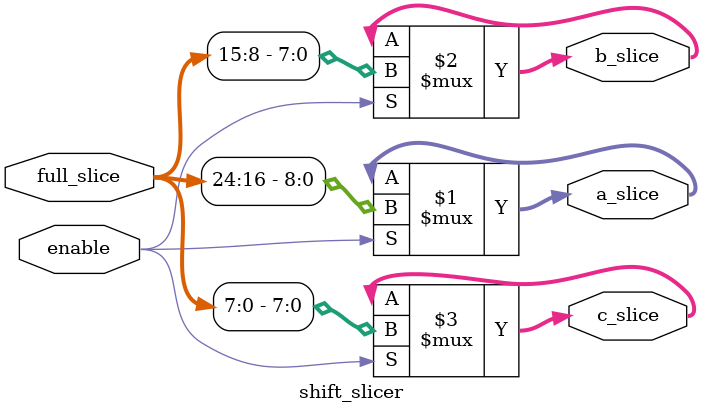
<source format=v>
`timescale 1ns / 1ps

module shift_slicer (
    input wire enable,
    input wire [24 : 0] full_slice,
    output wire [8 : 0] a_slice,
    output wire [7 : 0] b_slice,
    output wire [7 : 0] c_slice
);

    assign a_slice = enable ? full_slice[24 : 16] : a_slice;
    assign b_slice = enable ? full_slice[15 : 8] : b_slice;
    assign c_slice = enable ? full_slice[7 : 0] : c_slice;

endmodule
</source>
